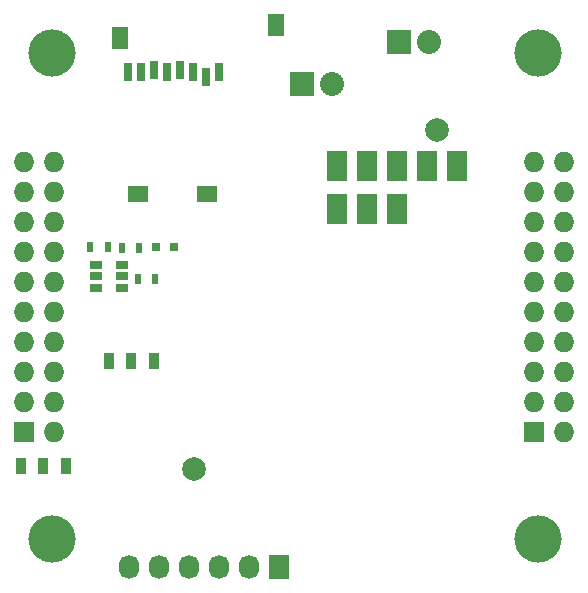
<source format=gbr>
G04 #@! TF.FileFunction,Soldermask,Bot*
%FSLAX46Y46*%
G04 Gerber Fmt 4.6, Leading zero omitted, Abs format (unit mm)*
G04 Created by KiCad (PCBNEW 4.0.0-rc2-stable) date 7/22/2016 8:43:15 PM*
%MOMM*%
G01*
G04 APERTURE LIST*
%ADD10C,0.100000*%
%ADD11C,4.000000*%
%ADD12R,0.800000X0.750000*%
%ADD13R,1.727200X1.727200*%
%ADD14O,1.727200X1.727200*%
%ADD15R,2.032000X2.032000*%
%ADD16O,2.032000X2.032000*%
%ADD17R,1.700000X2.500000*%
%ADD18R,1.727200X2.032000*%
%ADD19O,1.727200X2.032000*%
%ADD20R,0.500000X0.900000*%
%ADD21C,1.998980*%
%ADD22R,0.749300X1.501140*%
%ADD23R,1.399540X1.899920*%
%ADD24R,1.800860X1.399540*%
%ADD25R,1.060000X0.650000*%
%ADD26R,0.889000X1.399540*%
%ADD27R,0.899160X1.399540*%
G04 APERTURE END LIST*
D10*
D11*
X130541200Y-116318800D03*
X171689200Y-116318800D03*
X171689200Y-75170800D03*
D12*
X140859200Y-91618800D03*
X139359200Y-91618800D03*
D13*
X128219200Y-107238800D03*
D14*
X130759200Y-107238800D03*
X128219200Y-104698800D03*
X130759200Y-104698800D03*
X128219200Y-102158800D03*
X130759200Y-102158800D03*
X128219200Y-99618800D03*
X130759200Y-99618800D03*
X128219200Y-97078800D03*
X130759200Y-97078800D03*
X128219200Y-94538800D03*
X130759200Y-94538800D03*
X128219200Y-91998800D03*
X130759200Y-91998800D03*
X128219200Y-89458800D03*
X130759200Y-89458800D03*
X128219200Y-86918800D03*
X130759200Y-86918800D03*
X128219200Y-84378800D03*
X130759200Y-84378800D03*
D15*
X159969200Y-74218800D03*
D16*
X162509200Y-74218800D03*
D17*
X164855080Y-84759760D03*
X154695080Y-84759760D03*
X162315080Y-84759760D03*
X159775080Y-84759760D03*
X157235080Y-84759760D03*
D18*
X149809200Y-118668800D03*
D19*
X147269200Y-118668800D03*
X144729200Y-118668800D03*
X142189200Y-118668800D03*
X139649200Y-118668800D03*
X137109200Y-118668800D03*
D17*
X157257560Y-88356480D03*
X154717560Y-88356480D03*
D13*
X171399200Y-107238800D03*
D14*
X173939200Y-107238800D03*
X171399200Y-104698800D03*
X173939200Y-104698800D03*
X171399200Y-102158800D03*
X173939200Y-102158800D03*
X171399200Y-99618800D03*
X173939200Y-99618800D03*
X171399200Y-97078800D03*
X173939200Y-97078800D03*
X171399200Y-94538800D03*
X173939200Y-94538800D03*
X171399200Y-91998800D03*
X173939200Y-91998800D03*
X171399200Y-89458800D03*
X173939200Y-89458800D03*
X171399200Y-86918800D03*
X173939200Y-86918800D03*
X171399200Y-84378800D03*
X173939200Y-84378800D03*
D17*
X159790320Y-88391960D03*
D20*
X135279200Y-91598800D03*
X133779200Y-91598800D03*
X136479200Y-91628800D03*
X137979200Y-91628800D03*
X139329200Y-94268800D03*
X137829200Y-94268800D03*
D21*
X163177220Y-81650840D03*
X142577820Y-110340140D03*
D22*
X138130280Y-76758800D03*
X137030460Y-76758800D03*
X139230100Y-76558140D03*
X140329920Y-76758800D03*
X144729200Y-76758800D03*
X143629380Y-77157580D03*
X142529560Y-76758800D03*
X141429740Y-76558140D03*
D23*
X136329420Y-73908920D03*
X149578060Y-72809100D03*
D24*
X137878820Y-87058500D03*
X143680180Y-87058500D03*
D25*
X134279200Y-95018800D03*
X134279200Y-94068800D03*
X134279200Y-93118800D03*
X136479200Y-93118800D03*
X136479200Y-95018800D03*
X136479200Y-94068800D03*
D15*
X151724800Y-77787000D03*
D16*
X154264800Y-77787000D03*
D26*
X131742620Y-110095800D03*
D27*
X127942780Y-110095800D03*
D26*
X129842700Y-110095800D03*
X139172120Y-101205800D03*
D27*
X135372280Y-101205800D03*
D26*
X137272200Y-101205800D03*
D11*
X130541200Y-75170800D03*
M02*

</source>
